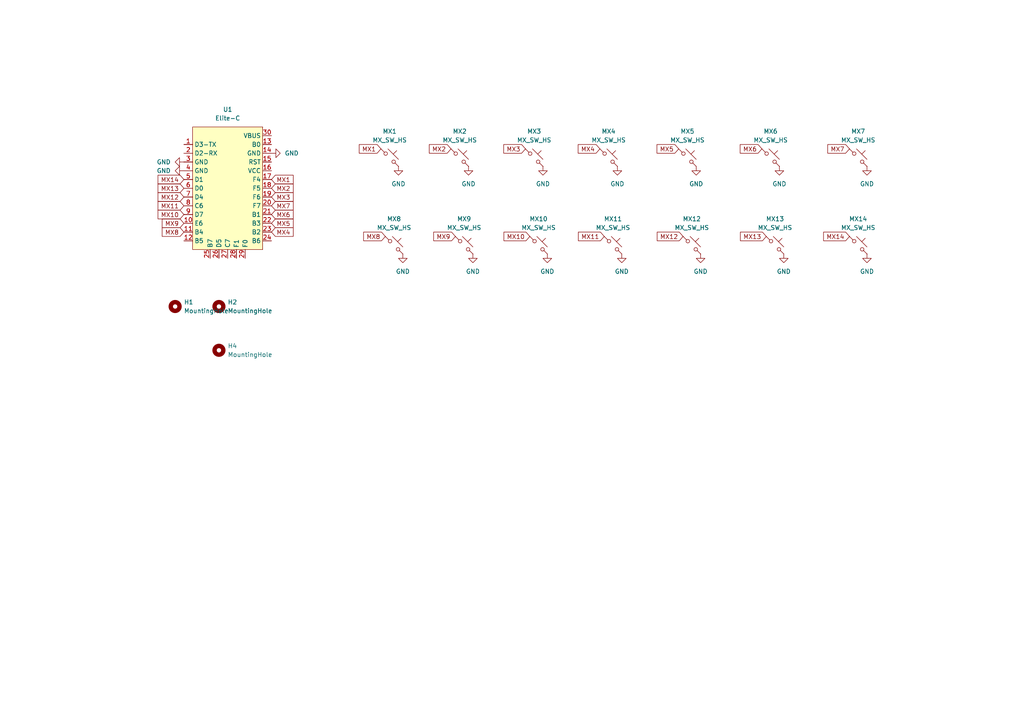
<source format=kicad_sch>
(kicad_sch (version 20230121) (generator eeschema)
  (paper "A4")
  (lib_symbols
    (symbol "Mechanical:MountingHole" (pin_names (offset 1.016))
      (property "Reference" "H" (at 0 5.08 0))
      (property "Value" "MountingHole" (at 0 3.175 0))
      (symbol "MountingHole_0_1"
        (circle (center 0 0) (radius 1.27) (stroke (width 1.27)))
      )
    )
    (symbol "marbastlib-mx:MX_SW_HS" (pin_numbers hide) (pin_names (offset 1.016) hide)
      (property "Reference" "MX" (at 3.048 1.016 0))
      (property "Value" "MX_SW_HS" (at 0 -3.81 0))
      (symbol "MX_SW_HS_0_1"
        (circle (center -1.1684 1.1684) (radius 0.508))
        (polyline (pts (xy -0.508 2.54) (xy 2.54 -0.508)))
        (polyline (pts (xy 1.016 1.016) (xy 2.032 2.032)))
        (polyline (pts (xy -2.54 2.54) (xy -1.524 1.524) (xy -1.524 1.524)))
        (polyline (pts (xy 1.524 -1.524) (xy 2.54 -2.54) (xy 2.54 -2.54) (xy 2.54 -2.54)))
        (circle (center 1.143 -1.1938) (radius 0.508))
        (pin passive line (at -2.54 2.54 0) (length 0) (name "1") (number "1"))
        (pin passive line (at 2.54 -2.54 180) (length 0) (name "2") (number "2"))
      )
    )
    (symbol "marbastlib-promicroish:Elite-C" (in_bom no)
      (property "Reference" "U" (at 0 22.86 0))
      (property "Value" "Elite-C" (at 0 20.32 0))
      (symbol "Elite-C_0_0"
        (pin bidirectional line (at -12.7 13.97 0) (length 2.54) (name "D3-TX") (number "1"))
        (pin bidirectional line (at -12.7 -8.89 0) (length 2.54) (name "E6") (number "10"))
        (pin bidirectional line (at -12.7 -11.43 0) (length 2.54) (name "B4") (number "11"))
        (pin bidirectional line (at -12.7 -13.97 0) (length 2.54) (name "B5") (number "12"))
        (pin power_out line (at 12.7 11.43 180) (length 2.54) (name "GND") (number "14"))
        (pin bidirectional line (at 12.7 8.89 180) (length 2.54) (name "RST") (number "15"))
        (pin bidirectional line (at 12.7 3.81 180) (length 2.54) (name "F4") (number "17"))
        (pin bidirectional line (at 12.7 1.27 180) (length 2.54) (name "F5") (number "18"))
        (pin bidirectional line (at 12.7 -1.27 180) (length 2.54) (name "F6") (number "19"))
        (pin bidirectional line (at -12.7 11.43 0) (length 2.54) (name "D2-RX") (number "2"))
        (pin bidirectional line (at 12.7 -3.81 180) (length 2.54) (name "F7") (number "20"))
        (pin bidirectional line (at 12.7 -6.35 180) (length 2.54) (name "B1") (number "21"))
        (pin bidirectional line (at 12.7 -8.89 180) (length 2.54) (name "B3") (number "22"))
        (pin bidirectional line (at 12.7 -11.43 180) (length 2.54) (name "B2") (number "23"))
        (pin bidirectional line (at 12.7 -13.97 180) (length 2.54) (name "B6") (number "24"))
        (pin power_out line (at -12.7 8.89 0) (length 2.54) (name "GND") (number "3"))
        (pin power_out line (at -12.7 6.35 0) (length 2.54) (name "GND") (number "4"))
        (pin bidirectional line (at -12.7 3.81 0) (length 2.54) (name "D1") (number "5"))
        (pin bidirectional line (at -12.7 1.27 0) (length 2.54) (name "D0") (number "6"))
        (pin bidirectional line (at -12.7 -1.27 0) (length 2.54) (name "D4") (number "7"))
        (pin bidirectional line (at -12.7 -3.81 0) (length 2.54) (name "C6") (number "8"))
        (pin bidirectional line (at -12.7 -6.35 0) (length 2.54) (name "D7") (number "9"))
      )
      (symbol "Elite-C_1_0"
        (pin bidirectional line (at 12.7 13.97 180) (length 2.54) (name "B0") (number "13"))
        (pin power_out line (at 12.7 6.35 180) (length 2.54) (name "VCC") (number "16"))
        (pin bidirectional line (at -5.08 -19.05 90) (length 2.54) (name "B7") (number "25"))
        (pin bidirectional line (at -2.54 -19.05 90) (length 2.54) (name "D5") (number "26"))
        (pin bidirectional line (at 0 -19.05 90) (length 2.54) (name "C7") (number "27"))
        (pin bidirectional line (at 2.54 -19.05 90) (length 2.54) (name "F1") (number "28"))
        (pin bidirectional line (at 5.08 -19.05 90) (length 2.54) (name "F0") (number "29"))
        (pin power_in line (at 12.7 16.51 180) (length 2.54) (name "VBUS") (number "30"))
      )
      (symbol "Elite-C_1_1"
        (rectangle (start -10.16 19.05) (end 10.16 -16.51) (fill (type background)))
      )
    )
    (symbol "power:GND" (power) (pin_names (offset 0))
      (property "Value" "GND" (at 0 -3.81 0))
      (symbol "GND_0_1"
        (polyline (pts (xy 0 0) (xy 0 -1.27) (xy 1.27 -1.27) (xy 0 -2.54) (xy -1.27 -1.27) (xy 0 -1.27)))
      )
      (symbol "GND_1_1"
        (pin power_in line (at 0 0 270) (length 0) hide (name "GND") (number "1"))
      )
    )
  )
  (global_label "MX13" (shape input) (at 53.34 54.61 180) (property "Intersheetrefs" "${INTERSHEET_REFS}" (effects hide)))
  (global_label "MX12" (shape input) (at 198.12 68.58 180) (property "Intersheetrefs" "${INTERSHEET_REFS}" (effects hide)))
  (global_label "MX4" (shape input) (at 78.74 67.31 0) (property "Intersheetrefs" "${INTERSHEET_REFS}" (effects hide)))
  (global_label "MX2" (shape input) (at 78.74 54.61 0) (property "Intersheetrefs" "${INTERSHEET_REFS}" (effects hide)))
  (global_label "MX10" (shape input) (at 53.34 62.23 180) (property "Intersheetrefs" "${INTERSHEET_REFS}" (effects hide)))
  (global_label "MX5" (shape input) (at 196.85 43.18 180) (property "Intersheetrefs" "${INTERSHEET_REFS}" (effects hide)))
  (global_label "MX8" (shape input) (at 111.76 68.58 180) (property "Intersheetrefs" "${INTERSHEET_REFS}" (effects hide)))
  (global_label "MX3" (shape input) (at 78.74 57.15 0) (property "Intersheetrefs" "${INTERSHEET_REFS}" (effects hide)))
  (global_label "MX14" (shape input) (at 246.38 68.58 180) (property "Intersheetrefs" "${INTERSHEET_REFS}" (effects hide)))
  (global_label "MX5" (shape input) (at 78.74 64.77 0) (property "Intersheetrefs" "${INTERSHEET_REFS}" (effects hide)))
  (global_label "MX10" (shape input) (at 153.67 68.58 180) (property "Intersheetrefs" "${INTERSHEET_REFS}" (effects hide)))
  (global_label "MX11" (shape input) (at 53.34 59.69 180) (property "Intersheetrefs" "${INTERSHEET_REFS}" (effects hide)))
  (global_label "MX1" (shape input) (at 78.74 52.07 0) (property "Intersheetrefs" "${INTERSHEET_REFS}" (effects hide)))
  (global_label "MX6" (shape input) (at 78.74 62.23 0) (property "Intersheetrefs" "${INTERSHEET_REFS}" (effects hide)))
  (global_label "MX3" (shape input) (at 152.4 43.18 180) (property "Intersheetrefs" "${INTERSHEET_REFS}" (effects hide)))
  (global_label "MX7" (shape input) (at 78.74 59.69 0) (property "Intersheetrefs" "${INTERSHEET_REFS}" (effects hide)))
  (global_label "MX11" (shape input) (at 175.26 68.58 180) (property "Intersheetrefs" "${INTERSHEET_REFS}" (effects hide)))
  (global_label "MX9" (shape input) (at 53.34 64.77 180) (property "Intersheetrefs" "${INTERSHEET_REFS}" (effects hide)))
  (global_label "MX1" (shape input) (at 110.49 43.18 180) (property "Intersheetrefs" "${INTERSHEET_REFS}" (effects hide)))
  (global_label "MX6" (shape input) (at 220.98 43.18 180) (property "Intersheetrefs" "${INTERSHEET_REFS}" (effects hide)))
  (global_label "MX12" (shape input) (at 53.34 57.15 180) (property "Intersheetrefs" "${INTERSHEET_REFS}" (effects hide)))
  (global_label "MX7" (shape input) (at 246.38 43.18 180) (property "Intersheetrefs" "${INTERSHEET_REFS}" (effects hide)))
  (global_label "MX8" (shape input) (at 53.34 67.31 180) (property "Intersheetrefs" "${INTERSHEET_REFS}" (effects hide)))
  (global_label "MX13" (shape input) (at 222.25 68.58 180) (property "Intersheetrefs" "${INTERSHEET_REFS}" (effects hide)))
  (global_label "MX9" (shape input) (at 132.08 68.58 180) (property "Intersheetrefs" "${INTERSHEET_REFS}" (effects hide)))
  (global_label "MX4" (shape input) (at 173.99 43.18 180) (property "Intersheetrefs" "${INTERSHEET_REFS}" (effects hide)))
  (global_label "MX14" (shape input) (at 53.34 52.07 180) (property "Intersheetrefs" "${INTERSHEET_REFS}" (effects hide)))
  (global_label "MX2" (shape input) (at 130.81 43.18 180) (property "Intersheetrefs" "${INTERSHEET_REFS}" (effects hide)))
  (symbol (lib_id "Mechanical:MountingHole") (at 63.5 101.6 0) (unit 1)
    (property "Reference" "H4" (at 66.04 100.33 0) (effects (justify left)))
    (property "Value" "MountingHole" (at 66.04 102.87 0) (effects (justify left)))
    (property "Footprint" "MountingHole:MountingHole_2.2mm_M2_DIN965_Pad" (effects hide))
  )
  (symbol (lib_id "power:GND") (at 251.46 48.26 0) (unit 1)
    (property "Reference" "#PWR012" (effects hide))
    (property "Value" "GND" (at 251.46 53.34 0))
  )
  (symbol (lib_id "marbastlib-mx:MX_SW_HS") (at 223.52 45.72 0) (unit 1)
    (property "Reference" "MX6" (at 223.52 38.1 0))
    (property "Value" "MX_SW_HS" (at 223.52 40.64 0))
    (property "Footprint" "keyswitches.pretty-2.1:Kailh_socket_MX_optional" (effects hide))
  )
  (symbol (lib_id "power:GND") (at 226.06 48.26 0) (unit 1)
    (property "Reference" "#PWR01" (effects hide))
    (property "Value" "GND" (at 226.06 53.34 0))
  )
  (symbol (lib_id "marbastlib-mx:MX_SW_HS") (at 156.21 71.12 0) (unit 1)
    (property "Reference" "MX10" (at 156.21 63.5 0))
    (property "Value" "MX_SW_HS" (at 156.21 66.04 0))
    (property "Footprint" "keyswitches.pretty-2.1:Kailh_socket_MX_optional" (effects hide))
  )
  (symbol (lib_id "Mechanical:MountingHole") (at 63.5 88.9 0) (unit 1)
    (property "Reference" "H2" (at 66.04 87.63 0) (effects (justify left)))
    (property "Value" "MountingHole" (at 66.04 90.17 0) (effects (justify left)))
    (property "Footprint" "MountingHole:MountingHole_2.2mm_M2_DIN965_Pad" (effects hide))
  )
  (symbol (lib_id "marbastlib-mx:MX_SW_HS") (at 177.8 71.12 0) (unit 1)
    (property "Reference" "MX11" (at 177.8 63.5 0))
    (property "Value" "MX_SW_HS" (at 177.8 66.04 0))
    (property "Footprint" "keyswitches.pretty-2.1:Kailh_socket_MX_optional" (effects hide))
  )
  (symbol (lib_id "marbastlib-mx:MX_SW_HS") (at 114.3 71.12 0) (unit 1)
    (property "Reference" "MX8" (at 114.3 63.5 0))
    (property "Value" "MX_SW_HS" (at 114.3 66.04 0))
    (property "Footprint" "keyswitches.pretty-2.1:Kailh_socket_MX_optional" (effects hide))
  )
  (symbol (lib_id "power:GND") (at 179.07 48.26 0) (unit 1)
    (property "Reference" "#PWR010" (effects hide))
    (property "Value" "GND" (at 179.07 53.34 0))
  )
  (symbol (lib_id "marbastlib-mx:MX_SW_HS") (at 133.35 45.72 0) (unit 1)
    (property "Reference" "MX2" (at 133.35 38.1 0))
    (property "Value" "MX_SW_HS" (at 133.35 40.64 0))
    (property "Footprint" "keyswitches.pretty-2.1:Kailh_socket_MX_optional" (effects hide))
  )
  (symbol (lib_id "power:GND") (at 115.57 48.26 0) (unit 1)
    (property "Reference" "#PWR08" (effects hide))
    (property "Value" "GND" (at 115.57 53.34 0))
  )
  (symbol (lib_id "marbastlib-mx:MX_SW_HS") (at 134.62 71.12 0) (unit 1)
    (property "Reference" "MX9" (at 134.62 63.5 0))
    (property "Value" "MX_SW_HS" (at 134.62 66.04 0))
    (property "Footprint" "keyswitches.pretty-2.1:Kailh_socket_MX_optional" (effects hide))
  )
  (symbol (lib_id "marbastlib-mx:MX_SW_HS") (at 248.92 45.72 0) (unit 1)
    (property "Reference" "MX7" (at 248.92 38.1 0))
    (property "Value" "MX_SW_HS" (at 248.92 40.64 0))
    (property "Footprint" "keyswitches.pretty-2.1:Kailh_socket_MX_optional" (effects hide))
  )
  (symbol (lib_id "marbastlib-mx:MX_SW_HS") (at 248.92 71.12 0) (unit 1)
    (property "Reference" "MX14" (at 248.92 63.5 0))
    (property "Value" "MX_SW_HS" (at 248.92 66.04 0))
    (property "Footprint" "keyswitches.pretty-2.1:Kailh_socket_MX_optional" (effects hide))
  )
  (symbol (lib_id "marbastlib-mx:MX_SW_HS") (at 200.66 71.12 0) (unit 1)
    (property "Reference" "MX12" (at 200.66 63.5 0))
    (property "Value" "MX_SW_HS" (at 200.66 66.04 0))
    (property "Footprint" "keyswitches.pretty-2.1:Kailh_socket_MX_optional" (effects hide))
  )
  (symbol (lib_id "power:GND") (at 116.84 73.66 0) (unit 1)
    (property "Reference" "#PWR014" (effects hide))
    (property "Value" "GND" (at 116.84 78.74 0))
  )
  (symbol (lib_id "power:GND") (at 203.2 73.66 0) (unit 1)
    (property "Reference" "#PWR06" (effects hide))
    (property "Value" "GND" (at 203.2 78.74 0))
  )
  (symbol (lib_id "marbastlib-mx:MX_SW_HS") (at 199.39 45.72 0) (unit 1)
    (property "Reference" "MX5" (at 199.39 38.1 0))
    (property "Value" "MX_SW_HS" (at 199.39 40.64 0))
    (property "Footprint" "keyswitches.pretty-2.1:Kailh_socket_MX_optional" (effects hide))
  )
  (symbol (lib_id "power:GND") (at 180.34 73.66 0) (unit 1)
    (property "Reference" "#PWR03" (effects hide))
    (property "Value" "GND" (at 180.34 78.74 0))
  )
  (symbol (lib_id "power:GND") (at 137.16 73.66 0) (unit 1)
    (property "Reference" "#PWR04" (effects hide))
    (property "Value" "GND" (at 137.16 78.74 0))
  )
  (symbol (lib_id "power:GND") (at 78.74 44.45 90) (unit 1)
    (property "Reference" "#PWR017" (effects hide))
    (property "Value" "GND" (at 82.55 44.45 90) (effects (justify right)))
  )
  (symbol (lib_id "power:GND") (at 135.89 48.26 0) (unit 1)
    (property "Reference" "#PWR09" (effects hide))
    (property "Value" "GND" (at 135.89 53.34 0))
  )
  (symbol (lib_id "power:GND") (at 251.46 73.66 0) (unit 1)
    (property "Reference" "#PWR05" (effects hide))
    (property "Value" "GND" (at 251.46 78.74 0))
  )
  (symbol (lib_id "marbastlib-mx:MX_SW_HS") (at 113.03 45.72 0) (unit 1)
    (property "Reference" "MX1" (at 113.03 38.1 0))
    (property "Value" "MX_SW_HS" (at 113.03 40.64 0))
    (property "Footprint" "keyswitches.pretty-2.1:Kailh_socket_MX_optional" (effects hide))
  )
  (symbol (lib_id "power:GND") (at 157.48 48.26 0) (unit 1)
    (property "Reference" "#PWR013" (effects hide))
    (property "Value" "GND" (at 157.48 53.34 0))
  )
  (symbol (lib_id "power:GND") (at 53.34 46.99 270) (unit 1)
    (property "Reference" "#PWR015" (effects hide))
    (property "Value" "GND" (at 49.53 46.99 90) (effects (justify right)))
  )
  (symbol (lib_id "marbastlib-mx:MX_SW_HS") (at 224.79 71.12 0) (unit 1)
    (property "Reference" "MX13" (at 224.79 63.5 0))
    (property "Value" "MX_SW_HS" (at 224.79 66.04 0))
    (property "Footprint" "keyswitches.pretty-2.1:Kailh_socket_MX_optional" (effects hide))
  )
  (symbol (lib_id "Mechanical:MountingHole") (at 50.8 88.9 0) (unit 1)
    (property "Reference" "H1" (at 53.34 87.63 0) (effects (justify left)))
    (property "Value" "MountingHole" (at 53.34 90.17 0) (effects (justify left)))
    (property "Footprint" "MountingHole:MountingHole_2.2mm_M2_DIN965_Pad" (effects hide))
  )
  (symbol (lib_id "marbastlib-mx:MX_SW_HS") (at 154.94 45.72 0) (unit 1)
    (property "Reference" "MX3" (at 154.94 38.1 0))
    (property "Value" "MX_SW_HS" (at 154.94 40.64 0))
    (property "Footprint" "keyswitches.pretty-2.1:Kailh_socket_MX_optional" (effects hide))
  )
  (symbol (lib_id "marbastlib-promicroish:Elite-C") (at 66.04 55.88 0) (unit 1) (in_bom no)
    (property "Reference" "U1" (at 66.04 31.75 0))
    (property "Value" "Elite-C" (at 66.04 34.29 0))
    (property "Footprint" "Keebio-Parts.pretty-master:Elite-C-castellated-24pin-holes" (effects hide))
  )
  (symbol (lib_id "power:GND") (at 227.33 73.66 0) (unit 1)
    (property "Reference" "#PWR02" (effects hide))
    (property "Value" "GND" (at 227.33 78.74 0))
  )
  (symbol (lib_id "power:GND") (at 201.93 48.26 0) (unit 1)
    (property "Reference" "#PWR07" (effects hide))
    (property "Value" "GND" (at 201.93 53.34 0))
  )
  (symbol (lib_id "power:GND") (at 53.34 49.53 270) (unit 1)
    (property "Reference" "#PWR016" (effects hide))
    (property "Value" "GND" (at 49.53 49.53 90) (effects (justify right)))
  )
  (symbol (lib_id "power:GND") (at 158.75 73.66 0) (unit 1)
    (property "Reference" "#PWR011" (effects hide))
    (property "Value" "GND" (at 158.75 78.74 0))
  )
  (symbol (lib_id "marbastlib-mx:MX_SW_HS") (at 176.53 45.72 0) (unit 1)
    (property "Reference" "MX4" (at 176.53 38.1 0))
    (property "Value" "MX_SW_HS" (at 176.53 40.64 0))
    (property "Footprint" "keyswitches.pretty-2.1:Kailh_socket_MX_optional" (effects hide))
  )
)
</source>
